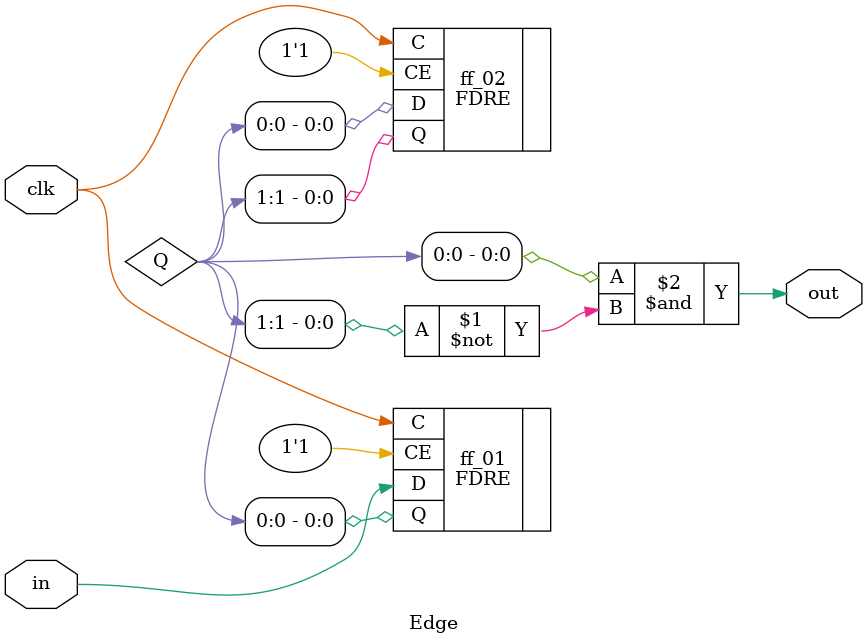
<source format=v>
`timescale 1ns / 1ps


module Edge(
    input clk,
    input in,
    output out
    );
    
    wire [1:0] Q;
    FDRE #(.INIT(1'b0)) ff_01 (.C(clk), .CE(1'b1), .D(in), .Q(Q[0]));
    FDRE #(.INIT(1'b0)) ff_02 (.C(clk), .CE(1'b1), .D(Q[0]), .Q(Q[1]));
    assign out = Q[0] & ~Q[1];
endmodule


</source>
